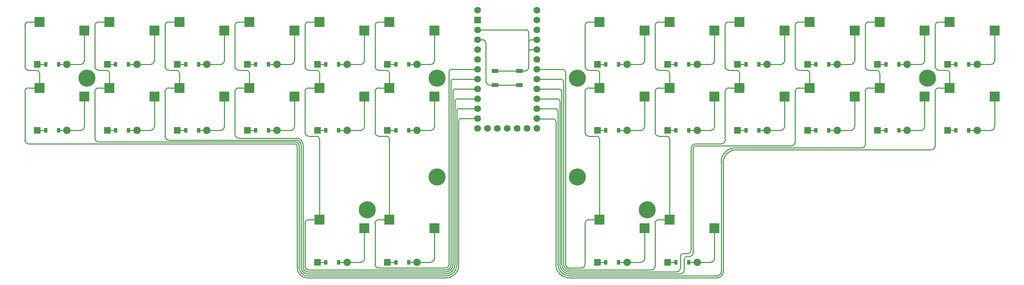
<source format=gbr>
%TF.GenerationSoftware,KiCad,Pcbnew,9.0.0*%
%TF.CreationDate,2025-04-19T19:47:05+02:00*%
%TF.ProjectId,pcb,7063622e-6b69-4636-9164-5f7063625858,v1.0.0*%
%TF.SameCoordinates,Original*%
%TF.FileFunction,Copper,L2,Bot*%
%TF.FilePolarity,Positive*%
%FSLAX46Y46*%
G04 Gerber Fmt 4.6, Leading zero omitted, Abs format (unit mm)*
G04 Created by KiCad (PCBNEW 9.0.0) date 2025-04-19 19:47:05*
%MOMM*%
%LPD*%
G01*
G04 APERTURE LIST*
%TA.AperFunction,ComponentPad*%
%ADD10C,1.752600*%
%TD*%
%TA.AperFunction,ComponentPad*%
%ADD11R,1.752600X1.752600*%
%TD*%
%TA.AperFunction,SMDPad,CuDef*%
%ADD12R,2.600000X2.600000*%
%TD*%
%TA.AperFunction,SMDPad,CuDef*%
%ADD13R,0.900000X1.200000*%
%TD*%
%TA.AperFunction,ComponentPad*%
%ADD14R,1.778000X1.778000*%
%TD*%
%TA.AperFunction,ComponentPad*%
%ADD15C,1.905000*%
%TD*%
%TA.AperFunction,SMDPad,CuDef*%
%ADD16R,1.800000X1.100000*%
%TD*%
%TA.AperFunction,ComponentPad*%
%ADD17C,4.400000*%
%TD*%
%TA.AperFunction,ComponentPad*%
%ADD18C,0.700000*%
%TD*%
%TA.AperFunction,Conductor*%
%ADD19C,0.250000*%
%TD*%
G04 APERTURE END LIST*
D10*
%TO.P,MCU1,30*%
%TO.N,D9*%
X224620000Y-104470000D03*
%TO.P,MCU1,29*%
%TO.N,D8*%
X224620000Y-101930000D03*
%TO.P,MCU1,28*%
%TO.N,D7*%
X224620000Y-99390000D03*
%TO.P,MCU1,27*%
%TO.N,D6*%
X224620000Y-96850000D03*
%TO.P,MCU1,26*%
%TO.N,D5*%
X224620000Y-94310000D03*
%TO.P,MCU1,25*%
%TO.N,D4*%
X224620000Y-91770000D03*
%TO.P,MCU1,24*%
%TO.N,D3*%
X224620000Y-89230000D03*
%TO.P,MCU1,23*%
%TO.N,D2*%
X224620000Y-86690000D03*
%TO.P,MCU1,22*%
%TO.N,GND*%
X224620000Y-84150000D03*
%TO.P,MCU1,21*%
X224620000Y-81610000D03*
%TO.P,MCU1,20*%
%TO.N,D1*%
X224620000Y-79070000D03*
%TO.P,MCU1,19*%
%TO.N,D0*%
X224620000Y-76530000D03*
%TO.P,MCU1,18*%
%TO.N,Dp*%
X224620000Y-73990000D03*
%TO.P,MCU1,17*%
%TO.N,D16*%
X211920000Y-104470000D03*
%TO.P,MCU1,16*%
%TO.N,D15*%
X214460000Y-104470000D03*
%TO.P,MCU1,15*%
%TO.N,D14*%
X217000000Y-104470000D03*
%TO.P,MCU1,14*%
%TO.N,D13*%
X219540000Y-104470000D03*
%TO.P,MCU1,13*%
%TO.N,D12*%
X222080000Y-104470000D03*
%TO.P,MCU1,12*%
%TO.N,D21*%
X209380000Y-104470000D03*
%TO.P,MCU1,11*%
%TO.N,D23*%
X209380000Y-101930000D03*
%TO.P,MCU1,10*%
%TO.N,D20*%
X209380000Y-99390000D03*
%TO.P,MCU1,9*%
%TO.N,D22*%
X209380000Y-96850000D03*
%TO.P,MCU1,8*%
%TO.N,D26*%
X209380000Y-94310000D03*
%TO.P,MCU1,7*%
%TO.N,D27*%
X209380000Y-91770000D03*
%TO.P,MCU1,6*%
%TO.N,D28*%
X209380000Y-89230000D03*
%TO.P,MCU1,5*%
%TO.N,D29*%
X209380000Y-86690000D03*
%TO.P,MCU1,4*%
%TO.N,VCC*%
X209380000Y-84150000D03*
%TO.P,MCU1,3*%
%TO.N,RST*%
X209380000Y-81610000D03*
%TO.P,MCU1,2*%
%TO.N,GND*%
X209380000Y-79070000D03*
D11*
%TO.P,MCU1,1*%
%TO.N,RAW*%
X209380000Y-76530000D03*
D10*
%TO.P,MCU1,2*%
%TO.N,Dm*%
X209380000Y-73990000D03*
%TD*%
D12*
%TO.P,S1,1*%
%TO.N,D23*%
X96725000Y-94050000D03*
%TO.P,S1,2*%
%TO.N,outer_lbottom*%
X108275000Y-96250000D03*
%TD*%
%TO.P,S2,1*%
%TO.N,D23*%
X96725000Y-77050000D03*
%TO.P,S2,2*%
%TO.N,outer_ltop*%
X108275000Y-79250000D03*
%TD*%
%TO.P,S3,1*%
%TO.N,D20*%
X114725000Y-94050000D03*
%TO.P,S3,2*%
%TO.N,pinky_lbottom*%
X126275000Y-96250000D03*
%TD*%
%TO.P,S4,1*%
%TO.N,D20*%
X114725000Y-77050000D03*
%TO.P,S4,2*%
%TO.N,pinky_ltop*%
X126275000Y-79250000D03*
%TD*%
%TO.P,S5,1*%
%TO.N,D22*%
X132725000Y-94050000D03*
%TO.P,S5,2*%
%TO.N,ring_lbottom*%
X144275000Y-96250000D03*
%TD*%
%TO.P,S6,1*%
%TO.N,D22*%
X132725000Y-77050000D03*
%TO.P,S6,2*%
%TO.N,ring_ltop*%
X144275000Y-79250000D03*
%TD*%
%TO.P,S7,1*%
%TO.N,D26*%
X150725000Y-94050000D03*
%TO.P,S7,2*%
%TO.N,middle_lbottom*%
X162275000Y-96250000D03*
%TD*%
%TO.P,S8,1*%
%TO.N,D26*%
X150725000Y-77050000D03*
%TO.P,S8,2*%
%TO.N,middle_ltop*%
X162275000Y-79250000D03*
%TD*%
%TO.P,S9,1*%
%TO.N,D27*%
X168725000Y-94050000D03*
%TO.P,S9,2*%
%TO.N,index_lbottom*%
X180275000Y-96250000D03*
%TD*%
%TO.P,S10,1*%
%TO.N,D27*%
X168725000Y-77050000D03*
%TO.P,S10,2*%
%TO.N,index_ltop*%
X180275000Y-79250000D03*
%TD*%
%TO.P,S11,1*%
%TO.N,D28*%
X186725000Y-94050000D03*
%TO.P,S11,2*%
%TO.N,inner_lbottom*%
X198275000Y-96250000D03*
%TD*%
%TO.P,S12,1*%
%TO.N,D28*%
X186725000Y-77050000D03*
%TO.P,S12,2*%
%TO.N,inner_ltop*%
X198275000Y-79250000D03*
%TD*%
%TO.P,S13,1*%
%TO.N,D3*%
X240725000Y-94050000D03*
%TO.P,S13,2*%
%TO.N,inner_rbottom*%
X252275000Y-96250000D03*
%TD*%
%TO.P,S14,1*%
%TO.N,D3*%
X240725000Y-77050000D03*
%TO.P,S14,2*%
%TO.N,inner_rtop*%
X252275000Y-79250000D03*
%TD*%
%TO.P,S15,1*%
%TO.N,D4*%
X258725000Y-94050000D03*
%TO.P,S15,2*%
%TO.N,index_rbottom*%
X270275000Y-96250000D03*
%TD*%
%TO.P,S16,1*%
%TO.N,D4*%
X258725000Y-77050000D03*
%TO.P,S16,2*%
%TO.N,index_rtop*%
X270275000Y-79250000D03*
%TD*%
%TO.P,S17,1*%
%TO.N,D5*%
X276725000Y-94050000D03*
%TO.P,S17,2*%
%TO.N,middle_rbottom*%
X288275000Y-96250000D03*
%TD*%
%TO.P,S18,1*%
%TO.N,D5*%
X276725000Y-77050000D03*
%TO.P,S18,2*%
%TO.N,middle_rtop*%
X288275000Y-79250000D03*
%TD*%
%TO.P,S19,1*%
%TO.N,D6*%
X294725000Y-94050000D03*
%TO.P,S19,2*%
%TO.N,ring_rbottom*%
X306275000Y-96250000D03*
%TD*%
%TO.P,S20,1*%
%TO.N,D6*%
X294725000Y-77050000D03*
%TO.P,S20,2*%
%TO.N,ring_rtop*%
X306275000Y-79250000D03*
%TD*%
%TO.P,S21,1*%
%TO.N,D7*%
X312725000Y-94050000D03*
%TO.P,S21,2*%
%TO.N,pinky_rbottom*%
X324275000Y-96250000D03*
%TD*%
%TO.P,S22,1*%
%TO.N,D7*%
X312725000Y-77050000D03*
%TO.P,S22,2*%
%TO.N,pinky_rtop*%
X324275000Y-79250000D03*
%TD*%
%TO.P,S23,1*%
%TO.N,D8*%
X330725000Y-94050000D03*
%TO.P,S23,2*%
%TO.N,outer_rbottom*%
X342275000Y-96250000D03*
%TD*%
%TO.P,S24,1*%
%TO.N,D8*%
X330725000Y-77050000D03*
%TO.P,S24,2*%
%TO.N,outer_rtop*%
X342275000Y-79250000D03*
%TD*%
%TO.P,S25,1*%
%TO.N,D27*%
X168725000Y-128050000D03*
%TO.P,S25,2*%
%TO.N,outer_lttop*%
X180275000Y-130250000D03*
%TD*%
%TO.P,S26,1*%
%TO.N,D28*%
X186725000Y-128050000D03*
%TO.P,S26,2*%
%TO.N,inner_lttop*%
X198275000Y-130250000D03*
%TD*%
%TO.P,S27,1*%
%TO.N,D3*%
X240725000Y-128050000D03*
%TO.P,S27,2*%
%TO.N,inner_rttop*%
X252275000Y-130250000D03*
%TD*%
%TO.P,S28,1*%
%TO.N,D4*%
X258725000Y-128050000D03*
%TO.P,S28,2*%
%TO.N,outer_rttop*%
X270275000Y-130250000D03*
%TD*%
D13*
%TO.P,D1,2*%
%TO.N,outer_lbottom*%
X101650000Y-105000000D03*
%TO.P,D1,1*%
%TO.N,D21*%
X98350000Y-105000000D03*
D14*
X96190000Y-105000000D03*
D15*
%TO.P,D1,2*%
%TO.N,outer_lbottom*%
X103810000Y-105000000D03*
%TD*%
D13*
%TO.P,D2,2*%
%TO.N,outer_ltop*%
X101650000Y-88000000D03*
%TO.P,D2,1*%
%TO.N,D29*%
X98350000Y-88000000D03*
D14*
X96190000Y-88000000D03*
D15*
%TO.P,D2,2*%
%TO.N,outer_ltop*%
X103810000Y-88000000D03*
%TD*%
D13*
%TO.P,D3,2*%
%TO.N,pinky_lbottom*%
X119650000Y-105000000D03*
%TO.P,D3,1*%
%TO.N,D21*%
X116350000Y-105000000D03*
D14*
X114190000Y-105000000D03*
D15*
%TO.P,D3,2*%
%TO.N,pinky_lbottom*%
X121810000Y-105000000D03*
%TD*%
D13*
%TO.P,D4,2*%
%TO.N,pinky_ltop*%
X119650000Y-88000000D03*
%TO.P,D4,1*%
%TO.N,D29*%
X116350000Y-88000000D03*
D14*
X114190000Y-88000000D03*
D15*
%TO.P,D4,2*%
%TO.N,pinky_ltop*%
X121810000Y-88000000D03*
%TD*%
D13*
%TO.P,D5,2*%
%TO.N,ring_lbottom*%
X137650000Y-105000000D03*
%TO.P,D5,1*%
%TO.N,D21*%
X134350000Y-105000000D03*
D14*
X132190000Y-105000000D03*
D15*
%TO.P,D5,2*%
%TO.N,ring_lbottom*%
X139810000Y-105000000D03*
%TD*%
D13*
%TO.P,D6,2*%
%TO.N,ring_ltop*%
X137650000Y-88000000D03*
%TO.P,D6,1*%
%TO.N,D29*%
X134350000Y-88000000D03*
D14*
X132190000Y-88000000D03*
D15*
%TO.P,D6,2*%
%TO.N,ring_ltop*%
X139810000Y-88000000D03*
%TD*%
D13*
%TO.P,D7,2*%
%TO.N,middle_lbottom*%
X155650000Y-105000000D03*
%TO.P,D7,1*%
%TO.N,D21*%
X152350000Y-105000000D03*
D14*
X150190000Y-105000000D03*
D15*
%TO.P,D7,2*%
%TO.N,middle_lbottom*%
X157810000Y-105000000D03*
%TD*%
D13*
%TO.P,D8,2*%
%TO.N,middle_ltop*%
X155650000Y-88000000D03*
%TO.P,D8,1*%
%TO.N,D29*%
X152350000Y-88000000D03*
D14*
X150190000Y-88000000D03*
D15*
%TO.P,D8,2*%
%TO.N,middle_ltop*%
X157810000Y-88000000D03*
%TD*%
D13*
%TO.P,D9,2*%
%TO.N,index_lbottom*%
X173650000Y-105000000D03*
%TO.P,D9,1*%
%TO.N,D21*%
X170350000Y-105000000D03*
D14*
X168190000Y-105000000D03*
D15*
%TO.P,D9,2*%
%TO.N,index_lbottom*%
X175810000Y-105000000D03*
%TD*%
D13*
%TO.P,D10,2*%
%TO.N,index_ltop*%
X173650000Y-88000000D03*
%TO.P,D10,1*%
%TO.N,D29*%
X170350000Y-88000000D03*
D14*
X168190000Y-88000000D03*
D15*
%TO.P,D10,2*%
%TO.N,index_ltop*%
X175810000Y-88000000D03*
%TD*%
D13*
%TO.P,D11,2*%
%TO.N,inner_lbottom*%
X191650000Y-105000000D03*
%TO.P,D11,1*%
%TO.N,D21*%
X188350000Y-105000000D03*
D14*
X186190000Y-105000000D03*
D15*
%TO.P,D11,2*%
%TO.N,inner_lbottom*%
X193810000Y-105000000D03*
%TD*%
D13*
%TO.P,D12,2*%
%TO.N,inner_ltop*%
X191650000Y-88000000D03*
%TO.P,D12,1*%
%TO.N,D29*%
X188350000Y-88000000D03*
D14*
X186190000Y-88000000D03*
D15*
%TO.P,D12,2*%
%TO.N,inner_ltop*%
X193810000Y-88000000D03*
%TD*%
D13*
%TO.P,D13,2*%
%TO.N,inner_rbottom*%
X245650000Y-105000000D03*
%TO.P,D13,1*%
%TO.N,D9*%
X242350000Y-105000000D03*
D14*
X240190000Y-105000000D03*
D15*
%TO.P,D13,2*%
%TO.N,inner_rbottom*%
X247810000Y-105000000D03*
%TD*%
D13*
%TO.P,D14,2*%
%TO.N,inner_rtop*%
X245650000Y-88000000D03*
%TO.P,D14,1*%
%TO.N,D2*%
X242350000Y-88000000D03*
D14*
X240190000Y-88000000D03*
D15*
%TO.P,D14,2*%
%TO.N,inner_rtop*%
X247810000Y-88000000D03*
%TD*%
D13*
%TO.P,D15,2*%
%TO.N,index_rbottom*%
X263650000Y-105000000D03*
%TO.P,D15,1*%
%TO.N,D9*%
X260350000Y-105000000D03*
D14*
X258190000Y-105000000D03*
D15*
%TO.P,D15,2*%
%TO.N,index_rbottom*%
X265810000Y-105000000D03*
%TD*%
D13*
%TO.P,D16,2*%
%TO.N,index_rtop*%
X263650000Y-88000000D03*
%TO.P,D16,1*%
%TO.N,D2*%
X260350000Y-88000000D03*
D14*
X258190000Y-88000000D03*
D15*
%TO.P,D16,2*%
%TO.N,index_rtop*%
X265810000Y-88000000D03*
%TD*%
D13*
%TO.P,D17,2*%
%TO.N,middle_rbottom*%
X281650000Y-105000000D03*
%TO.P,D17,1*%
%TO.N,D9*%
X278350000Y-105000000D03*
D14*
X276190000Y-105000000D03*
D15*
%TO.P,D17,2*%
%TO.N,middle_rbottom*%
X283810000Y-105000000D03*
%TD*%
D13*
%TO.P,D18,2*%
%TO.N,middle_rtop*%
X281650000Y-88000000D03*
%TO.P,D18,1*%
%TO.N,D2*%
X278350000Y-88000000D03*
D14*
X276190000Y-88000000D03*
D15*
%TO.P,D18,2*%
%TO.N,middle_rtop*%
X283810000Y-88000000D03*
%TD*%
D13*
%TO.P,D19,2*%
%TO.N,ring_rbottom*%
X299650000Y-105000000D03*
%TO.P,D19,1*%
%TO.N,D9*%
X296350000Y-105000000D03*
D14*
X294190000Y-105000000D03*
D15*
%TO.P,D19,2*%
%TO.N,ring_rbottom*%
X301810000Y-105000000D03*
%TD*%
D13*
%TO.P,D20,2*%
%TO.N,ring_rtop*%
X299650000Y-88000000D03*
%TO.P,D20,1*%
%TO.N,D2*%
X296350000Y-88000000D03*
D14*
X294190000Y-88000000D03*
D15*
%TO.P,D20,2*%
%TO.N,ring_rtop*%
X301810000Y-88000000D03*
%TD*%
D13*
%TO.P,D21,2*%
%TO.N,pinky_rbottom*%
X317650000Y-105000000D03*
%TO.P,D21,1*%
%TO.N,D9*%
X314350000Y-105000000D03*
D14*
X312190000Y-105000000D03*
D15*
%TO.P,D21,2*%
%TO.N,pinky_rbottom*%
X319810000Y-105000000D03*
%TD*%
D13*
%TO.P,D22,2*%
%TO.N,pinky_rtop*%
X317650000Y-88000000D03*
%TO.P,D22,1*%
%TO.N,D2*%
X314350000Y-88000000D03*
D14*
X312190000Y-88000000D03*
D15*
%TO.P,D22,2*%
%TO.N,pinky_rtop*%
X319810000Y-88000000D03*
%TD*%
D13*
%TO.P,D23,2*%
%TO.N,outer_rbottom*%
X335650000Y-105000000D03*
%TO.P,D23,1*%
%TO.N,D9*%
X332350000Y-105000000D03*
D14*
X330190000Y-105000000D03*
D15*
%TO.P,D23,2*%
%TO.N,outer_rbottom*%
X337810000Y-105000000D03*
%TD*%
D13*
%TO.P,D24,2*%
%TO.N,outer_rtop*%
X335650000Y-88000000D03*
%TO.P,D24,1*%
%TO.N,D2*%
X332350000Y-88000000D03*
D14*
X330190000Y-88000000D03*
D15*
%TO.P,D24,2*%
%TO.N,outer_rtop*%
X337810000Y-88000000D03*
%TD*%
D13*
%TO.P,D25,2*%
%TO.N,outer_lttop*%
X173650000Y-139000000D03*
%TO.P,D25,1*%
%TO.N,D1*%
X170350000Y-139000000D03*
D14*
X168190000Y-139000000D03*
D15*
%TO.P,D25,2*%
%TO.N,outer_lttop*%
X175810000Y-139000000D03*
%TD*%
D13*
%TO.P,D26,2*%
%TO.N,inner_lttop*%
X191650000Y-139000000D03*
%TO.P,D26,1*%
%TO.N,D1*%
X188350000Y-139000000D03*
D14*
X186190000Y-139000000D03*
D15*
%TO.P,D26,2*%
%TO.N,inner_lttop*%
X193810000Y-139000000D03*
%TD*%
D13*
%TO.P,D27,2*%
%TO.N,inner_rttop*%
X245650000Y-139000000D03*
%TO.P,D27,1*%
%TO.N,D1*%
X242350000Y-139000000D03*
D14*
X240190000Y-139000000D03*
D15*
%TO.P,D27,2*%
%TO.N,inner_rttop*%
X247810000Y-139000000D03*
%TD*%
D13*
%TO.P,D28,2*%
%TO.N,outer_rttop*%
X263650000Y-139000000D03*
%TO.P,D28,1*%
%TO.N,D1*%
X260350000Y-139000000D03*
D14*
X258190000Y-139000000D03*
D15*
%TO.P,D28,2*%
%TO.N,outer_rttop*%
X265810000Y-139000000D03*
%TD*%
D16*
%TO.P,B1,1*%
%TO.N,GND*%
X213900000Y-89650000D03*
X220100000Y-89650000D03*
%TO.P,B1,2*%
%TO.N,RST*%
X213900000Y-93350000D03*
X220100000Y-93350000D03*
%TD*%
D17*
%TO.P,_1,1*%
%TO.N,N/C*%
X109000000Y-91500000D03*
D18*
X110629630Y-91500000D03*
X110152322Y-92652322D03*
X109000000Y-93129630D03*
X107847678Y-92652322D03*
X107370370Y-91500000D03*
X107847678Y-90347678D03*
X109000000Y-89870370D03*
X110152322Y-90347678D03*
%TD*%
D17*
%TO.P,_2,1*%
%TO.N,N/C*%
X199000000Y-91500000D03*
D18*
X200629630Y-91500000D03*
X200152322Y-92652322D03*
X199000000Y-93129630D03*
X197847678Y-92652322D03*
X197370370Y-91500000D03*
X197847678Y-90347678D03*
X199000000Y-89870370D03*
X200152322Y-90347678D03*
%TD*%
D17*
%TO.P,_3,1*%
%TO.N,N/C*%
X199000000Y-117000000D03*
D18*
X200629630Y-117000000D03*
X200152322Y-118152322D03*
X199000000Y-118629630D03*
X197847678Y-118152322D03*
X197370370Y-117000000D03*
X197847678Y-115847678D03*
X199000000Y-115370370D03*
X200152322Y-115847678D03*
%TD*%
D17*
%TO.P,_4,1*%
%TO.N,N/C*%
X181000000Y-125500000D03*
D18*
X182629630Y-125500000D03*
X182152322Y-126652322D03*
X181000000Y-127129630D03*
X179847678Y-126652322D03*
X179370370Y-125500000D03*
X179847678Y-124347678D03*
X181000000Y-123870370D03*
X182152322Y-124347678D03*
%TD*%
D17*
%TO.P,_5,1*%
%TO.N,N/C*%
X253000000Y-125500000D03*
D18*
X254629630Y-125500000D03*
X254152322Y-126652322D03*
X253000000Y-127129630D03*
X251847678Y-126652322D03*
X251370370Y-125500000D03*
X251847678Y-124347678D03*
X253000000Y-123870370D03*
X254152322Y-124347678D03*
%TD*%
D17*
%TO.P,_6,1*%
%TO.N,N/C*%
X325000000Y-91500000D03*
D18*
X326629630Y-91500000D03*
X326152322Y-92652322D03*
X325000000Y-93129630D03*
X323847678Y-92652322D03*
X323370370Y-91500000D03*
X323847678Y-90347678D03*
X325000000Y-89870370D03*
X326152322Y-90347678D03*
%TD*%
D17*
%TO.P,_7,1*%
%TO.N,N/C*%
X235000000Y-91500000D03*
D18*
X236629630Y-91500000D03*
X236152322Y-92652322D03*
X235000000Y-93129630D03*
X233847678Y-92652322D03*
X233370370Y-91500000D03*
X233847678Y-90347678D03*
X235000000Y-89870370D03*
X236152322Y-90347678D03*
%TD*%
D17*
%TO.P,_8,1*%
%TO.N,N/C*%
X235000000Y-117000000D03*
D18*
X236629630Y-117000000D03*
X236152322Y-118152322D03*
X235000000Y-118629630D03*
X233847678Y-118152322D03*
X233370370Y-117000000D03*
X233847678Y-115847678D03*
X235000000Y-115370370D03*
X236152322Y-115847678D03*
%TD*%
D19*
%TO.N,GND*%
X222500000Y-82250000D02*
X222500000Y-79650208D01*
X222500000Y-79650208D02*
G75*
G03*
X221919792Y-79070000I-580200J8D01*
G01*
X221919792Y-79070000D02*
X209380000Y-79070000D01*
X222500000Y-85000000D02*
X222500000Y-84750000D01*
X224620000Y-84150000D02*
X223100000Y-84150000D01*
X223100000Y-84150000D02*
G75*
G03*
X222500000Y-84750000I0J-600000D01*
G01*
X222500000Y-84750000D02*
X222500000Y-82250000D01*
X222500000Y-82250000D02*
G75*
G02*
X223140000Y-81610000I640000J0D01*
G01*
X223140000Y-81610000D02*
X224620000Y-81610000D01*
X221600000Y-89650000D02*
G75*
G03*
X222500000Y-88750000I0J900000D01*
G01*
X220100000Y-89650000D02*
X221600000Y-89650000D01*
X222500000Y-88750000D02*
X222500000Y-85000000D01*
%TO.N,RST*%
X213900000Y-93350000D02*
X212600000Y-93350000D01*
X212600000Y-93350000D02*
G75*
G02*
X211500000Y-92250000I0J1100000D01*
G01*
X210610000Y-81610000D02*
G75*
G02*
X211500000Y-82500000I0J-890000D01*
G01*
X213800000Y-93250000D02*
G75*
G03*
X213900000Y-93350000I100000J0D01*
G01*
X209380000Y-81610000D02*
X210610000Y-81610000D01*
X211500000Y-82500000D02*
X211500000Y-92250000D01*
X213900000Y-93350000D02*
X220100000Y-93350000D01*
%TO.N,GND*%
X213900000Y-89650000D02*
X220100000Y-89650000D01*
%TO.N,inner_rtop*%
X252275000Y-87022359D02*
X252275000Y-79250000D01*
X247810000Y-88000000D02*
X251297359Y-88000000D01*
X251297359Y-88000000D02*
G75*
G03*
X252275000Y-87022359I41J977600D01*
G01*
%TO.N,index_rtop*%
X270275000Y-87022359D02*
X270275000Y-79250000D01*
X265810000Y-88000000D02*
X269297359Y-88000000D01*
X269297359Y-88000000D02*
G75*
G03*
X270275000Y-87022359I41J977600D01*
G01*
%TO.N,middle_rtop*%
X288275000Y-87022359D02*
X288275000Y-79250000D01*
X283810000Y-88000000D02*
X287297359Y-88000000D01*
X287297359Y-88000000D02*
G75*
G03*
X288275000Y-87022359I41J977600D01*
G01*
%TO.N,ring_rtop*%
X306275000Y-87022359D02*
X306275000Y-79250000D01*
X301810000Y-88000000D02*
X305297359Y-88000000D01*
X305297359Y-88000000D02*
G75*
G03*
X306275000Y-87022359I41J977600D01*
G01*
%TO.N,pinky_rtop*%
X324275000Y-87022359D02*
X324275000Y-79250000D01*
X319810000Y-88000000D02*
X323297359Y-88000000D01*
X323297359Y-88000000D02*
G75*
G03*
X324275000Y-87022359I41J977600D01*
G01*
%TO.N,outer_rtop*%
X342275000Y-87022359D02*
X342275000Y-79250000D01*
X337810000Y-88000000D02*
X341297359Y-88000000D01*
X341297359Y-88000000D02*
G75*
G03*
X342275000Y-87022359I41J977600D01*
G01*
%TO.N,outer_rbottom*%
X342275000Y-104022359D02*
X342275000Y-96250000D01*
X337810000Y-105000000D02*
X341297359Y-105000000D01*
X341297359Y-105000000D02*
G75*
G03*
X342275000Y-104022359I41J977600D01*
G01*
%TO.N,pinky_rbottom*%
X324275000Y-104022359D02*
X324275000Y-96250000D01*
X319810000Y-105000000D02*
X323297359Y-105000000D01*
X323297359Y-105000000D02*
G75*
G03*
X324275000Y-104022359I41J977600D01*
G01*
%TO.N,ring_rbottom*%
X306275000Y-104022359D02*
X306275000Y-96250000D01*
X301810000Y-105000000D02*
X305297359Y-105000000D01*
X305297359Y-105000000D02*
G75*
G03*
X306275000Y-104022359I41J977600D01*
G01*
%TO.N,middle_rbottom*%
X288275000Y-104022359D02*
X288275000Y-96250000D01*
X283810000Y-105000000D02*
X287297359Y-105000000D01*
X287297359Y-105000000D02*
G75*
G03*
X288275000Y-104022359I41J977600D01*
G01*
%TO.N,index_rbottom*%
X270275000Y-104022359D02*
X270275000Y-96250000D01*
X265810000Y-105000000D02*
X269297359Y-105000000D01*
X269297359Y-105000000D02*
G75*
G03*
X270275000Y-104022359I41J977600D01*
G01*
%TO.N,inner_rbottom*%
X252275000Y-104022359D02*
X252275000Y-96250000D01*
X247810000Y-105000000D02*
X251297359Y-105000000D01*
X251297359Y-105000000D02*
G75*
G03*
X252275000Y-104022359I41J977600D01*
G01*
%TO.N,outer_rttop*%
X270275000Y-138022359D02*
X270275000Y-130250000D01*
X265810000Y-139000000D02*
X269297359Y-139000000D01*
X269297359Y-139000000D02*
G75*
G03*
X270275000Y-138022359I41J977600D01*
G01*
%TO.N,inner_rttop*%
X252275000Y-138022359D02*
X252275000Y-130250000D01*
X247810000Y-139000000D02*
X251297359Y-139000000D01*
X251297359Y-139000000D02*
G75*
G03*
X252275000Y-138022359I41J977600D01*
G01*
%TO.N,inner_lttop*%
X198275000Y-138022359D02*
X198275000Y-130250000D01*
X193810000Y-139000000D02*
X197297359Y-139000000D01*
X197297359Y-139000000D02*
G75*
G03*
X198275000Y-138022359I41J977600D01*
G01*
%TO.N,outer_lttop*%
X180275000Y-138022359D02*
X180275000Y-130250000D01*
X175810000Y-139000000D02*
X179297359Y-139000000D01*
X179297359Y-139000000D02*
G75*
G03*
X180275000Y-138022359I41J977600D01*
G01*
%TO.N,outer_lbottom*%
X108275000Y-104022359D02*
X108275000Y-96250000D01*
X103810000Y-105000000D02*
X107297359Y-105000000D01*
X107297359Y-105000000D02*
G75*
G03*
X108275000Y-104022359I41J977600D01*
G01*
%TO.N,pinky_lbottom*%
X126275000Y-104022359D02*
X126275000Y-96250000D01*
X121810000Y-105000000D02*
X125297359Y-105000000D01*
X125297359Y-105000000D02*
G75*
G03*
X126275000Y-104022359I41J977600D01*
G01*
%TO.N,ring_lbottom*%
X144275000Y-104022359D02*
X144275000Y-96250000D01*
X139810000Y-105000000D02*
X143297359Y-105000000D01*
X143297359Y-105000000D02*
G75*
G03*
X144275000Y-104022359I41J977600D01*
G01*
%TO.N,middle_lbottom*%
X162275000Y-104022359D02*
X162275000Y-96250000D01*
X157810000Y-105000000D02*
X161297359Y-105000000D01*
X161297359Y-105000000D02*
G75*
G03*
X162275000Y-104022359I41J977600D01*
G01*
%TO.N,index_lbottom*%
X180275000Y-104022359D02*
X180275000Y-96250000D01*
X175810000Y-105000000D02*
X179297359Y-105000000D01*
X179297359Y-105000000D02*
G75*
G03*
X180275000Y-104022359I41J977600D01*
G01*
%TO.N,inner_lbottom*%
X198275000Y-104022359D02*
X198275000Y-96250000D01*
X193810000Y-105000000D02*
X197297359Y-105000000D01*
X197297359Y-105000000D02*
G75*
G03*
X198275000Y-104022359I41J977600D01*
G01*
%TO.N,inner_ltop*%
X198275000Y-87022359D02*
X198275000Y-79250000D01*
X193810000Y-88000000D02*
X197297359Y-88000000D01*
X197297359Y-88000000D02*
G75*
G03*
X198275000Y-87022359I41J977600D01*
G01*
%TO.N,index_ltop*%
X180275000Y-87022359D02*
X180275000Y-79250000D01*
X175810000Y-88000000D02*
X179297359Y-88000000D01*
X179297359Y-88000000D02*
G75*
G03*
X180275000Y-87022359I41J977600D01*
G01*
%TO.N,middle_ltop*%
X162275000Y-87022359D02*
X162275000Y-79250000D01*
X157810000Y-88000000D02*
X161297359Y-88000000D01*
X161297359Y-88000000D02*
G75*
G03*
X162275000Y-87022359I41J977600D01*
G01*
%TO.N,ring_ltop*%
X144275000Y-87022359D02*
X144275000Y-79250000D01*
X139810000Y-88000000D02*
X143297359Y-88000000D01*
X143297359Y-88000000D02*
G75*
G03*
X144275000Y-87022359I41J977600D01*
G01*
%TO.N,pinky_ltop*%
X126275000Y-87022359D02*
X126275000Y-79250000D01*
X121810000Y-88000000D02*
X125297359Y-88000000D01*
X125297359Y-88000000D02*
G75*
G03*
X126275000Y-87022359I41J977600D01*
G01*
%TO.N,outer_ltop*%
X103810000Y-88000000D02*
X107297359Y-88000000D01*
X107297359Y-88000000D02*
G75*
G03*
X108275000Y-87022359I41J977600D01*
G01*
X108275000Y-87022359D02*
X108275000Y-79250000D01*
%TO.N,D2*%
X242350000Y-88000000D02*
X240190000Y-88000000D01*
%TO.N,inner_rtop*%
X247810000Y-88000000D02*
X245650000Y-88000000D01*
%TO.N,D2*%
X260350000Y-88000000D02*
X258190000Y-88000000D01*
%TO.N,index_rtop*%
X265810000Y-88000000D02*
X263650000Y-88000000D01*
%TO.N,D2*%
X278350000Y-88000000D02*
X276190000Y-88000000D01*
%TO.N,middle_rtop*%
X283810000Y-88000000D02*
X281650000Y-88000000D01*
%TO.N,D2*%
X296350000Y-88000000D02*
X294190000Y-88000000D01*
%TO.N,ring_rtop*%
X301810000Y-88000000D02*
X299650000Y-88000000D01*
%TO.N,D2*%
X314350000Y-88000000D02*
X312190000Y-88000000D01*
%TO.N,pinky_rtop*%
X319810000Y-88000000D02*
X317650000Y-88000000D01*
%TO.N,outer_rtop*%
X335650000Y-88000000D02*
X337810000Y-88000000D01*
%TO.N,D2*%
X330190000Y-88000000D02*
X332350000Y-88000000D01*
%TO.N,outer_rbottom*%
X335650000Y-105000000D02*
X337810000Y-105000000D01*
%TO.N,D9*%
X330190000Y-105000000D02*
X332350000Y-105000000D01*
%TO.N,pinky_rbottom*%
X317650000Y-105000000D02*
X319810000Y-105000000D01*
%TO.N,D9*%
X312190000Y-105000000D02*
X314350000Y-105000000D01*
%TO.N,ring_rbottom*%
X299650000Y-105000000D02*
X301810000Y-105000000D01*
%TO.N,D9*%
X294190000Y-105000000D02*
X296350000Y-105000000D01*
%TO.N,middle_rbottom*%
X281650000Y-105000000D02*
X283810000Y-105000000D01*
%TO.N,D9*%
X276190000Y-105000000D02*
X278350000Y-105000000D01*
%TO.N,index_rbottom*%
X263650000Y-105000000D02*
X265810000Y-105000000D01*
%TO.N,D9*%
X258190000Y-105000000D02*
X260350000Y-105000000D01*
%TO.N,inner_rbottom*%
X245650000Y-105000000D02*
X247810000Y-105000000D01*
%TO.N,D9*%
X240190000Y-105000000D02*
X242350000Y-105000000D01*
%TO.N,outer_rttop*%
X263650000Y-139000000D02*
X265810000Y-139000000D01*
%TO.N,D1*%
X258190000Y-139000000D02*
X260350000Y-139000000D01*
%TO.N,inner_rttop*%
X245650000Y-139000000D02*
X247810000Y-139000000D01*
%TO.N,D1*%
X240190000Y-139000000D02*
X242350000Y-139000000D01*
X170350000Y-139000000D02*
X168190000Y-139000000D01*
%TO.N,outer_lttop*%
X175810000Y-139000000D02*
X173650000Y-139000000D01*
%TO.N,D1*%
X188350000Y-139000000D02*
X186190000Y-139000000D01*
%TO.N,inner_lttop*%
X193810000Y-139000000D02*
X191650000Y-139000000D01*
%TO.N,inner_lbottom*%
X191650000Y-105000000D02*
X193810000Y-105000000D01*
%TO.N,D21*%
X186190000Y-105000000D02*
X188350000Y-105000000D01*
%TO.N,index_lbottom*%
X173650000Y-105000000D02*
X175810000Y-105000000D01*
%TO.N,D21*%
X168190000Y-105000000D02*
X170350000Y-105000000D01*
%TO.N,middle_lbottom*%
X155650000Y-105000000D02*
X157810000Y-105000000D01*
%TO.N,D21*%
X150190000Y-105000000D02*
X152350000Y-105000000D01*
%TO.N,ring_lbottom*%
X137650000Y-105000000D02*
X139810000Y-105000000D01*
%TO.N,D21*%
X132190000Y-105000000D02*
X134350000Y-105000000D01*
%TO.N,pinky_lbottom*%
X119650000Y-105000000D02*
X121810000Y-105000000D01*
%TO.N,D21*%
X114190000Y-105000000D02*
X116350000Y-105000000D01*
%TO.N,outer_lbottom*%
X101650000Y-105000000D02*
X103810000Y-105000000D01*
%TO.N,D21*%
X96190000Y-105000000D02*
X98350000Y-105000000D01*
%TO.N,D29*%
X98350000Y-88000000D02*
X96190000Y-88000000D01*
%TO.N,outer_ltop*%
X103810000Y-88000000D02*
X101650000Y-88000000D01*
%TO.N,D29*%
X116350000Y-88000000D02*
X114190000Y-88000000D01*
%TO.N,pinky_ltop*%
X121810000Y-88000000D02*
X119650000Y-88000000D01*
%TO.N,D29*%
X134350000Y-88000000D02*
X132190000Y-88000000D01*
%TO.N,ring_ltop*%
X139810000Y-88000000D02*
X137650000Y-88000000D01*
%TO.N,D29*%
X152350000Y-88000000D02*
X150190000Y-88000000D01*
%TO.N,middle_ltop*%
X157810000Y-88000000D02*
X155650000Y-88000000D01*
%TO.N,D29*%
X170350000Y-88000000D02*
X168190000Y-88000000D01*
%TO.N,index_ltop*%
X175810000Y-88000000D02*
X173650000Y-88000000D01*
%TO.N,D29*%
X188350000Y-88000000D02*
X186190000Y-88000000D01*
%TO.N,inner_ltop*%
X193810000Y-88000000D02*
X191650000Y-88000000D01*
%TO.N,D28*%
X202000000Y-90000000D02*
G75*
G02*
X202770000Y-89230000I770000J0D01*
G01*
X202770000Y-89230000D02*
X209380000Y-89230000D01*
%TO.N,D27*%
X202500000Y-92500000D02*
G75*
G02*
X203230000Y-91770000I730000J0D01*
G01*
X203230000Y-91770000D02*
X209380000Y-91770000D01*
%TO.N,D26*%
X203000000Y-95000000D02*
G75*
G02*
X203690000Y-94310000I690000J0D01*
G01*
X203690000Y-94310000D02*
X209380000Y-94310000D01*
%TO.N,D22*%
X129950000Y-94050000D02*
G75*
G03*
X129000000Y-95000000I0J-950000D01*
G01*
X129000000Y-106500000D02*
G75*
G03*
X130000000Y-107500000I1000000J0D01*
G01*
X164000000Y-140250004D02*
G75*
G03*
X165750000Y-142000000I1750000J4D01*
G01*
X162686504Y-107500000D02*
G75*
G02*
X164000000Y-108813496I-4J-1313500D01*
G01*
X203500000Y-97500000D02*
G75*
G02*
X204150000Y-96850000I650000J0D01*
G01*
X132725000Y-94050000D02*
X129950000Y-94050000D01*
X129000000Y-95000000D02*
X129000000Y-106500000D01*
X201250000Y-142000000D02*
G75*
G03*
X203500000Y-139750008I0J2250000D01*
G01*
X204150000Y-96850000D02*
X209380000Y-96850000D01*
X130000000Y-107500000D02*
X162686504Y-107500000D01*
X164000000Y-108813496D02*
X164000000Y-140250004D01*
X165750000Y-142000000D02*
X165752378Y-141997622D01*
X165752378Y-141997622D02*
X201247622Y-141997622D01*
X201247622Y-141997622D02*
X201250000Y-142000000D01*
X203500000Y-139750008D02*
X203500000Y-97500000D01*
%TO.N,D20*%
X111000000Y-107000000D02*
G75*
G03*
X112000000Y-108000000I1000000J0D01*
G01*
X204610000Y-99390000D02*
X209380000Y-99390000D01*
X201323051Y-142500000D02*
G75*
G03*
X204000000Y-139823051I49J2676900D01*
G01*
X162473913Y-108000000D02*
G75*
G02*
X163500000Y-109026087I-13J-1026100D01*
G01*
X165650790Y-142500000D02*
X201323051Y-142500000D01*
X204000000Y-100000000D02*
G75*
G02*
X204610000Y-99390000I610000J0D01*
G01*
X163500000Y-140349210D02*
G75*
G03*
X165650790Y-142500000I2150800J10D01*
G01*
X204000000Y-139823051D02*
X204000000Y-100000000D01*
X111950000Y-94050000D02*
G75*
G03*
X111000000Y-95000000I0J-950000D01*
G01*
X111000000Y-95000000D02*
X111000000Y-107000000D01*
X112000000Y-108000000D02*
X162473913Y-108000000D01*
X163500000Y-109026087D02*
X163500000Y-131700000D01*
X163500000Y-131700000D02*
X163500000Y-140349210D01*
X114725000Y-94050000D02*
X111950000Y-94050000D01*
%TO.N,D23*%
X204500000Y-102750000D02*
G75*
G02*
X205320000Y-101930000I820000J0D01*
G01*
X205320000Y-101930000D02*
X209380000Y-101930000D01*
X163040057Y-140540057D02*
G75*
G03*
X165500000Y-143000043I2459943J-43D01*
G01*
X163000000Y-109117353D02*
X163000000Y-140000000D01*
X162382647Y-108500000D02*
G75*
G02*
X163000000Y-109117353I-47J-617400D01*
G01*
X201381921Y-143000000D02*
G75*
G03*
X204500000Y-139881921I-21J3118100D01*
G01*
X204500000Y-139881921D02*
X204500000Y-102750000D01*
X93000000Y-107500000D02*
G75*
G03*
X94000000Y-108500000I1000000J0D01*
G01*
X93000000Y-95000000D02*
X93000000Y-107500000D01*
X93950000Y-94050000D02*
G75*
G03*
X93000000Y-95000000I0J-950000D01*
G01*
X96725000Y-94050000D02*
X93950000Y-94050000D01*
X163040057Y-140502915D02*
X163040057Y-140540057D01*
X94000000Y-108500000D02*
X162382647Y-108500000D01*
X163000000Y-140000000D02*
X163002360Y-140168344D01*
X163002360Y-140168344D02*
X163040057Y-140502915D01*
X165500000Y-143000000D02*
X201381921Y-143000000D01*
%TO.N,D8*%
X271000000Y-143000000D02*
X268500000Y-143000000D01*
X327000000Y-109000000D02*
G75*
G02*
X326000000Y-110000000I-1000000J0D01*
G01*
X275925964Y-110000000D02*
G75*
G03*
X272500000Y-113425964I36J-3426000D01*
G01*
X327950000Y-94050000D02*
G75*
G03*
X327000000Y-95000000I0J-950000D01*
G01*
X330725000Y-94050000D02*
X327950000Y-94050000D01*
X229500000Y-135750000D02*
X229500000Y-102750000D01*
X327000000Y-95000000D02*
X327000000Y-109000000D01*
X272500000Y-141500000D02*
G75*
G02*
X271000000Y-143000000I-1500000J0D01*
G01*
X232953155Y-143000000D02*
G75*
G02*
X229500000Y-139546845I45J3453200D01*
G01*
X229500000Y-102750000D02*
G75*
G03*
X228750000Y-102000000I-750000J0D01*
G01*
X326000000Y-110000000D02*
X275925964Y-110000000D01*
X272500000Y-113425964D02*
X272500000Y-141500000D01*
X268500000Y-143000000D02*
X232953155Y-143000000D01*
X229500000Y-139546845D02*
X229500000Y-135750000D01*
X228750000Y-102000000D02*
X224690000Y-102000000D01*
%TO.N,D7*%
X309950000Y-94050000D02*
G75*
G03*
X309000000Y-95000000I0J-950000D01*
G01*
X233000000Y-142500000D02*
G75*
G02*
X230000000Y-139500000I0J3000000D01*
G01*
X275649801Y-109500000D02*
G75*
G03*
X272000000Y-113149801I-1J-3649800D01*
G01*
X271000000Y-142500000D02*
X259750000Y-142500000D01*
X272000000Y-141250000D02*
X272000000Y-141500000D01*
X272000000Y-141500000D02*
G75*
G02*
X271000000Y-142500000I-1000000J0D01*
G01*
X230000000Y-139500000D02*
X230000000Y-100000000D01*
X229390000Y-99390000D02*
X224620000Y-99390000D01*
X230000000Y-100000000D02*
G75*
G03*
X229390000Y-99390000I-610000J0D01*
G01*
X312725000Y-94050000D02*
X309950000Y-94050000D01*
X309000000Y-108750000D02*
G75*
G02*
X308250000Y-109500000I-750000J0D01*
G01*
X309000000Y-95000000D02*
X309000000Y-108750000D01*
X272000000Y-113149801D02*
X272000000Y-141250000D01*
X259750000Y-142500000D02*
X233000000Y-142500000D01*
X308250000Y-109500000D02*
X275649801Y-109500000D01*
%TO.N,D6*%
X291950000Y-94050000D02*
G75*
G03*
X291000000Y-95000000I0J-950000D01*
G01*
X261500000Y-142000000D02*
X250250000Y-142000000D01*
X291000000Y-108000000D02*
G75*
G02*
X290000000Y-109000000I-1000000J0D01*
G01*
X265432440Y-109000000D02*
G75*
G03*
X264750000Y-109682440I-40J-682400D01*
G01*
X263250000Y-137500000D02*
G75*
G03*
X262500000Y-138250000I0J-750000D01*
G01*
X262500000Y-141000000D02*
G75*
G02*
X261500000Y-142000000I-1000000J0D01*
G01*
X264750000Y-136750000D02*
G75*
G02*
X264000000Y-137500000I-750000J0D01*
G01*
X262500000Y-138250000D02*
X262500000Y-141000000D01*
X233000000Y-142000000D02*
G75*
G02*
X230500000Y-139500000I0J2500000D01*
G01*
X294725000Y-94050000D02*
X291950000Y-94050000D01*
X230500000Y-97500000D02*
G75*
G03*
X229850000Y-96850000I-650000J0D01*
G01*
X229850000Y-96850000D02*
X224620000Y-96850000D01*
X290000000Y-109000000D02*
X265432440Y-109000000D01*
X291000000Y-95000000D02*
X291000000Y-108000000D01*
X264750000Y-109682440D02*
X264750000Y-136250000D01*
X264750000Y-136250000D02*
X264750000Y-136750000D01*
X264000000Y-137500000D02*
X263250000Y-137500000D01*
X250250000Y-142000000D02*
X233000000Y-142000000D01*
X230500000Y-139500000D02*
X230500000Y-97500000D01*
%TO.N,D5*%
X233000000Y-141500000D02*
G75*
G02*
X231000000Y-139500000I0J2000000D01*
G01*
X276725000Y-94050000D02*
X273950000Y-94050000D01*
X273000000Y-95000000D02*
X273000000Y-107500000D01*
X273000000Y-107500000D02*
G75*
G02*
X272000000Y-108500000I-1000000J0D01*
G01*
X264250000Y-136000000D02*
G75*
G02*
X263500000Y-136750000I-750000J0D01*
G01*
X263500000Y-136750000D02*
X262250000Y-136750000D01*
X265500000Y-108500000D02*
G75*
G03*
X264250000Y-109750000I0J-1250000D01*
G01*
X261500000Y-137500000D02*
X261500000Y-140500000D01*
X262250000Y-136750000D02*
G75*
G03*
X261500000Y-137500000I0J-750000D01*
G01*
X273950000Y-94050000D02*
G75*
G03*
X273000000Y-95000000I0J-950000D01*
G01*
X261500000Y-140500000D02*
G75*
G02*
X260500000Y-141500000I-1000000J0D01*
G01*
X231000000Y-95000000D02*
G75*
G03*
X230310000Y-94310000I-690000J0D01*
G01*
X272000000Y-108500000D02*
X265500000Y-108500000D01*
X264250000Y-109750000D02*
X264250000Y-136000000D01*
X260500000Y-141500000D02*
X249250000Y-141500000D01*
X249250000Y-141500000D02*
X233000000Y-141500000D01*
X231000000Y-139500000D02*
X231000000Y-95000000D01*
X230310000Y-94310000D02*
X224620000Y-94310000D01*
%TO.N,D4*%
X230750000Y-91750000D02*
G75*
G02*
X231500000Y-92500000I0J-750000D01*
G01*
X231500000Y-139500000D02*
G75*
G03*
X233000000Y-141000000I1500000J0D01*
G01*
X255000000Y-129000000D02*
G75*
G02*
X255950000Y-128050000I950000J0D01*
G01*
X255950000Y-128050000D02*
X258725000Y-128050000D01*
X254000000Y-141000000D02*
G75*
G03*
X255000000Y-140000000I0J1000000D01*
G01*
X231500000Y-92500000D02*
X231500000Y-139500000D01*
X224640000Y-91750000D02*
X230750000Y-91750000D01*
X255000000Y-140000000D02*
X255000000Y-129000000D01*
X233000000Y-141000000D02*
X254000000Y-141000000D01*
%TO.N,D3*%
X237950000Y-128050000D02*
G75*
G03*
X237000000Y-129000000I0J-950000D01*
G01*
X236000000Y-140500000D02*
X233000000Y-140500000D01*
X233000000Y-140500000D02*
G75*
G02*
X232000000Y-139500000I0J1000000D01*
G01*
X232000000Y-90000000D02*
G75*
G03*
X231250000Y-89250000I-750000J0D01*
G01*
X232000000Y-96019196D02*
X232000000Y-90000000D01*
X240725000Y-128050000D02*
X237950000Y-128050000D01*
X237000000Y-139500000D02*
G75*
G02*
X236000000Y-140500000I-1000000J0D01*
G01*
X237000000Y-129000000D02*
X237000000Y-139500000D01*
X231250000Y-89250000D02*
X224640000Y-89250000D01*
X232000000Y-139500000D02*
X232000000Y-96019196D01*
X225285485Y-89329245D02*
X225324311Y-89343507D01*
X225066937Y-89270235D02*
X225162383Y-89292086D01*
X225162383Y-89292086D02*
X225233099Y-89312055D01*
X224938273Y-89248783D02*
X225066937Y-89270235D01*
X225233099Y-89312055D02*
X225285485Y-89329245D01*
X224765341Y-89232470D02*
X224938273Y-89248783D01*
X224620000Y-89230000D02*
X224765341Y-89232470D01*
%TO.N,D26*%
X164500000Y-140202200D02*
X164500000Y-108674832D01*
X148000000Y-107000000D02*
G75*
G02*
X147000000Y-106000000I0J1000000D01*
G01*
X203000000Y-139672534D02*
G75*
G02*
X201172534Y-141500000I-1827500J34D01*
G01*
X165797800Y-141500000D02*
G75*
G02*
X164500000Y-140202200I0J1297800D01*
G01*
X164500000Y-108674832D02*
G75*
G03*
X162825168Y-107000000I-1674800J32D01*
G01*
X162825168Y-107000000D02*
X148000000Y-107000000D01*
X147000000Y-95000000D02*
G75*
G02*
X147950000Y-94050000I950000J0D01*
G01*
X201172534Y-141500000D02*
X165797800Y-141500000D01*
X203000000Y-95000000D02*
X203000000Y-139672534D01*
X147000000Y-106000000D02*
X147000000Y-95000000D01*
X147950000Y-94050000D02*
X150725000Y-94050000D01*
%TO.N,D27*%
X202500000Y-92500000D02*
X202500000Y-139750000D01*
X202500000Y-139750000D02*
G75*
G02*
X201250000Y-141000000I-1250000J0D01*
G01*
X165000000Y-140000000D02*
X165000000Y-129000000D01*
X166000000Y-141000000D02*
G75*
G02*
X165000000Y-140000000I0J1000000D01*
G01*
X165950000Y-128050000D02*
X168725000Y-128050000D01*
X165000000Y-129000000D02*
G75*
G02*
X165950000Y-128050000I950000J0D01*
G01*
X201250000Y-141000000D02*
X166000000Y-141000000D01*
%TO.N,D28*%
X183950000Y-128050000D02*
G75*
G03*
X183000000Y-129000000I0J-950000D01*
G01*
X183000000Y-139500000D02*
G75*
G03*
X184000000Y-140500000I1000000J0D01*
G01*
X201250000Y-140500000D02*
G75*
G03*
X202000000Y-139750000I0J750000D01*
G01*
X186725000Y-128050000D02*
X183950000Y-128050000D01*
X183000000Y-129000000D02*
X183000000Y-139500000D01*
X202000000Y-139750000D02*
X202000000Y-90000000D01*
X184000000Y-140500000D02*
X201250000Y-140500000D01*
%TO.N,D27*%
X165950000Y-94050000D02*
G75*
G03*
X165000000Y-95000000I0J-950000D01*
G01*
X168725000Y-94050000D02*
X165950000Y-94050000D01*
X165000000Y-95000000D02*
X165000000Y-105500000D01*
%TO.N,D28*%
X183950000Y-94050000D02*
G75*
G03*
X183000000Y-95000000I0J-950000D01*
G01*
X186725000Y-94050000D02*
X183950000Y-94050000D01*
X184000000Y-106500000D02*
X186000000Y-106500000D01*
X186000000Y-106500000D02*
G75*
G02*
X186725000Y-107225000I0J-725000D01*
G01*
X183000000Y-95000000D02*
X183000000Y-105500000D01*
X183000000Y-105500000D02*
G75*
G03*
X184000000Y-106500000I1000000J0D01*
G01*
X186725000Y-107225000D02*
X186725000Y-128050000D01*
%TO.N,D4*%
X255000000Y-105500000D02*
G75*
G03*
X256000000Y-106500000I1000000J0D01*
G01*
X258000000Y-106500000D02*
G75*
G02*
X258725000Y-107225000I0J-725000D01*
G01*
X255950000Y-94050000D02*
G75*
G03*
X255000000Y-95000000I0J-950000D01*
G01*
X258725000Y-94050000D02*
X255950000Y-94050000D01*
X255000000Y-95000000D02*
X255000000Y-105500000D01*
X258725000Y-107225000D02*
X258725000Y-128050000D01*
X256000000Y-106500000D02*
X258000000Y-106500000D01*
%TO.N,D3*%
X237950000Y-94050000D02*
G75*
G03*
X237000000Y-95000000I0J-950000D01*
G01*
X240725000Y-94050000D02*
X237950000Y-94050000D01*
X238000000Y-106500000D02*
X240000000Y-106500000D01*
X240000000Y-106500000D02*
G75*
G02*
X240725000Y-107225000I0J-725000D01*
G01*
X237000000Y-95000000D02*
X237000000Y-105500000D01*
X237000000Y-105500000D02*
G75*
G03*
X238000000Y-106500000I1000000J0D01*
G01*
X240725000Y-107225000D02*
X240725000Y-128050000D01*
%TO.N,D8*%
X328000000Y-89500000D02*
X330000000Y-89500000D01*
X330725000Y-77050000D02*
X327950000Y-77050000D01*
X327000000Y-78000000D02*
X327000000Y-88500000D01*
X330000000Y-89500000D02*
G75*
G02*
X330725000Y-90225000I0J-725000D01*
G01*
X327950000Y-77050000D02*
G75*
G03*
X327000000Y-78000000I0J-950000D01*
G01*
X330725000Y-90225000D02*
X330725000Y-94050000D01*
X327000000Y-88500000D02*
G75*
G03*
X328000000Y-89500000I1000000J0D01*
G01*
%TO.N,D7*%
X310000000Y-89500000D02*
X312000000Y-89500000D01*
X312725000Y-77050000D02*
X309950000Y-77050000D01*
X309000000Y-78000000D02*
X309000000Y-88500000D01*
X312000000Y-89500000D02*
G75*
G02*
X312725000Y-90225000I0J-725000D01*
G01*
X309950000Y-77050000D02*
G75*
G03*
X309000000Y-78000000I0J-950000D01*
G01*
X312725000Y-90225000D02*
X312725000Y-94050000D01*
X309000000Y-88500000D02*
G75*
G03*
X310000000Y-89500000I1000000J0D01*
G01*
%TO.N,D6*%
X292000000Y-89500000D02*
X294000000Y-89500000D01*
X294725000Y-77050000D02*
X291950000Y-77050000D01*
X291000000Y-78000000D02*
X291000000Y-88500000D01*
X294000000Y-89500000D02*
G75*
G02*
X294725000Y-90225000I0J-725000D01*
G01*
X291950000Y-77050000D02*
G75*
G03*
X291000000Y-78000000I0J-950000D01*
G01*
X294725000Y-90225000D02*
X294725000Y-94050000D01*
X291000000Y-88500000D02*
G75*
G03*
X292000000Y-89500000I1000000J0D01*
G01*
%TO.N,D5*%
X274000000Y-89500000D02*
X276000000Y-89500000D01*
X276725000Y-77050000D02*
X273950000Y-77050000D01*
X273000000Y-78000000D02*
X273000000Y-88500000D01*
X276000000Y-89500000D02*
G75*
G02*
X276725000Y-90225000I0J-725000D01*
G01*
X273950000Y-77050000D02*
G75*
G03*
X273000000Y-78000000I0J-950000D01*
G01*
X276725000Y-90225000D02*
X276725000Y-94050000D01*
X273000000Y-88500000D02*
G75*
G03*
X274000000Y-89500000I1000000J0D01*
G01*
%TO.N,D4*%
X256000000Y-89500000D02*
X258000000Y-89500000D01*
X258725000Y-77050000D02*
X255950000Y-77050000D01*
X255000000Y-78000000D02*
X255000000Y-88500000D01*
X258000000Y-89500000D02*
G75*
G02*
X258725000Y-90225000I0J-725000D01*
G01*
X255950000Y-77050000D02*
G75*
G03*
X255000000Y-78000000I0J-950000D01*
G01*
X258725000Y-90225000D02*
X258725000Y-94050000D01*
X255000000Y-88500000D02*
G75*
G03*
X256000000Y-89500000I1000000J0D01*
G01*
%TO.N,D3*%
X238000000Y-89500000D02*
X240000000Y-89500000D01*
X240725000Y-77050000D02*
X237950000Y-77050000D01*
X237000000Y-78000000D02*
X237000000Y-88500000D01*
X240000000Y-89500000D02*
G75*
G02*
X240725000Y-90225000I0J-725000D01*
G01*
X237950000Y-77050000D02*
G75*
G03*
X237000000Y-78000000I0J-950000D01*
G01*
X240725000Y-90225000D02*
X240725000Y-94050000D01*
X237000000Y-88500000D02*
G75*
G03*
X238000000Y-89500000I1000000J0D01*
G01*
%TO.N,D28*%
X184000000Y-89500000D02*
X186000000Y-89500000D01*
X186725000Y-77050000D02*
X183950000Y-77050000D01*
X183000000Y-78000000D02*
X183000000Y-88500000D01*
X186000000Y-89500000D02*
G75*
G02*
X186725000Y-90225000I0J-725000D01*
G01*
X183950000Y-77050000D02*
G75*
G03*
X183000000Y-78000000I0J-950000D01*
G01*
X186725000Y-90225000D02*
X186725000Y-94050000D01*
X183000000Y-88500000D02*
G75*
G03*
X184000000Y-89500000I1000000J0D01*
G01*
%TO.N,D27*%
X166000000Y-89500000D02*
X168000000Y-89500000D01*
X168725000Y-77050000D02*
X165950000Y-77050000D01*
X165000000Y-78000000D02*
X165000000Y-88500000D01*
X168000000Y-89500000D02*
G75*
G02*
X168725000Y-90225000I0J-725000D01*
G01*
X165950000Y-77050000D02*
G75*
G03*
X165000000Y-78000000I0J-950000D01*
G01*
X168725000Y-90225000D02*
X168725000Y-94050000D01*
X165000000Y-88500000D02*
G75*
G03*
X166000000Y-89500000I1000000J0D01*
G01*
%TO.N,D26*%
X148000000Y-89500000D02*
X150000000Y-89500000D01*
X150725000Y-77050000D02*
X147950000Y-77050000D01*
X147000000Y-78000000D02*
X147000000Y-88500000D01*
X150000000Y-89500000D02*
G75*
G02*
X150725000Y-90225000I0J-725000D01*
G01*
X147950000Y-77050000D02*
G75*
G03*
X147000000Y-78000000I0J-950000D01*
G01*
X150725000Y-90225000D02*
X150725000Y-94050000D01*
X147000000Y-88500000D02*
G75*
G03*
X148000000Y-89500000I1000000J0D01*
G01*
%TO.N,D22*%
X130000000Y-89500000D02*
X132000000Y-89500000D01*
X132725000Y-77050000D02*
X129950000Y-77050000D01*
X129000000Y-78000000D02*
X129000000Y-88500000D01*
X132000000Y-89500000D02*
G75*
G02*
X132725000Y-90225000I0J-725000D01*
G01*
X129950000Y-77050000D02*
G75*
G03*
X129000000Y-78000000I0J-950000D01*
G01*
X132725000Y-90225000D02*
X132725000Y-94050000D01*
X129000000Y-88500000D02*
G75*
G03*
X130000000Y-89500000I1000000J0D01*
G01*
%TO.N,D23*%
X94000000Y-89500000D02*
X96000000Y-89500000D01*
X96725000Y-77050000D02*
X93950000Y-77050000D01*
X93000000Y-78000000D02*
X93000000Y-88500000D01*
X96000000Y-89500000D02*
G75*
G02*
X96725000Y-90225000I0J-725000D01*
G01*
X93950000Y-77050000D02*
G75*
G03*
X93000000Y-78000000I0J-950000D01*
G01*
X96725000Y-90225000D02*
X96725000Y-94050000D01*
X93000000Y-88500000D02*
G75*
G03*
X94000000Y-89500000I1000000J0D01*
G01*
%TO.N,D20*%
X112000000Y-89500000D02*
X114000000Y-89500000D01*
X111950000Y-77050000D02*
G75*
G03*
X111000000Y-78000000I0J-950000D01*
G01*
X111000000Y-78000000D02*
X111000000Y-88500000D01*
X114725000Y-77050000D02*
X111950000Y-77050000D01*
X114725000Y-90225000D02*
X114725000Y-94050000D01*
X111000000Y-88500000D02*
G75*
G03*
X112000000Y-89500000I1000000J0D01*
G01*
X114000000Y-89500000D02*
G75*
G02*
X114725000Y-90225000I0J-725000D01*
G01*
%TO.N,D27*%
X168725000Y-107225000D02*
X168725000Y-128050000D01*
X168000000Y-106500000D02*
G75*
G02*
X168725000Y-107225000I0J-725000D01*
G01*
X166000000Y-106500000D02*
X168000000Y-106500000D01*
X165000000Y-105500000D02*
G75*
G03*
X166000000Y-106500000I1000000J0D01*
G01*
%TD*%
M02*

</source>
